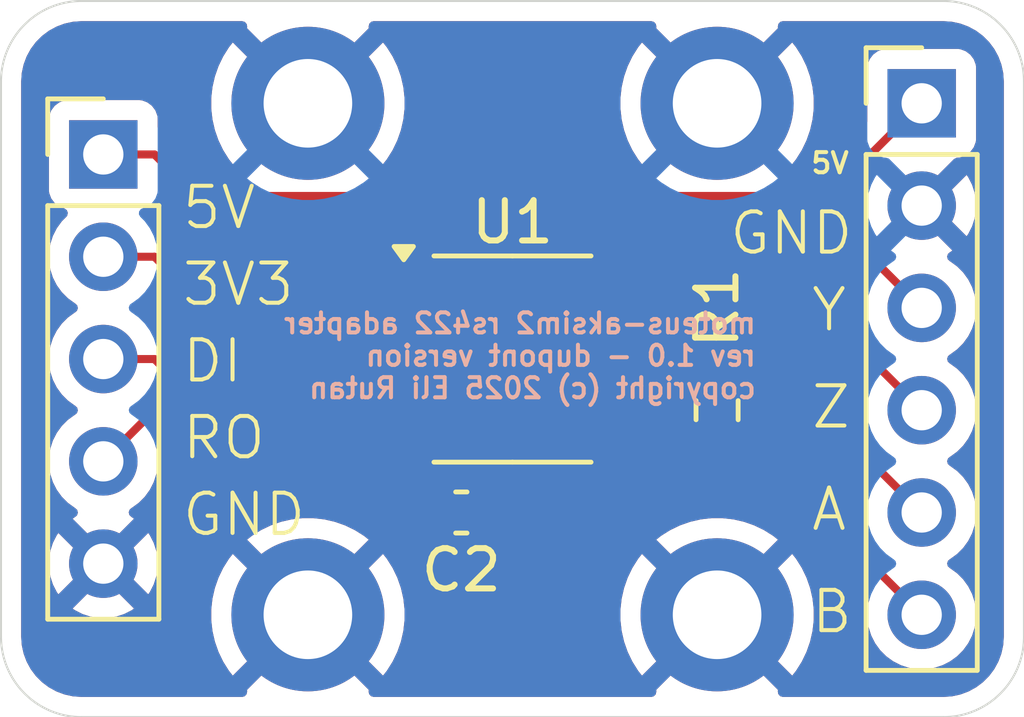
<source format=kicad_pcb>
(kicad_pcb (version 20241229) (generator "pcbnew") (generator_version "9.0")
  (layers (0 "F.Cu" signal) (2 "B.Cu" signal) (13 "F.Paste" user) (15 "B.Paste" user) (5 "F.SilkS" user "F.Silkscreen") (7 "B.SilkS" user "B.Silkscreen") (1 "F.Mask" user) (3 "B.Mask" user) (25 "Edge.Cuts" user))
  (net 0 "")
  (net 1 "5V")
  (net 2 "GND")
  (net 3 "RO")
  (net 4 "DI")
  (net 5 "3V3")
  (net 6 "B")
  (net 7 "A")
  (net 8 "Y")
  (net 9 "Z")
  (footprint "" (layer "F.Cu") (at 149.86 104.14)
    (property "Reference" "" (at 0 0 0) (layer "F.SilkS") (effects (font (size 1.27 1.27))))
    (property "Value" "")
    (pad "1" thru_hole circle (at 0 0) (size 3.8 3.8) (drill 2.2) (layers "*.Cu" "*.Mask") (net 2 "GND"))
  )
  (footprint "" (layer "F.Cu") (at 149.86 91.44)
    (property "Reference" "" (at 0 0 0) (layer "F.SilkS") (effects (font (size 1.27 1.27))))
    (property "Value" "")
    (pad "1" thru_hole circle (at 0 0) (size 3.8 3.8) (drill 2.2) (layers "*.Cu" "*.Mask") (net 2 "GND"))
  )
  (footprint "" (layer "F.Cu") (at 139.7 104.14)
    (property "Reference" "" (at 0 0 0) (layer "F.SilkS") (effects (font (size 1.27 1.27))))
    (property "Value" "")
    (pad "1" thru_hole circle (at 0 0) (size 3.8 3.8) (drill 2.2) (layers "*.Cu" "*.Mask") (net 2 "GND"))
  )
  (footprint "Package_SO:SOIC-8_3.9x4.9mm_P1.27mm" (layer "F.Cu") (at 144.78 97.79)
    (property "Reference" "U1" (at 0 -3.4 0) (layer "F.SilkS"))
    (property "Value" "ADM3490ExR" (hide yes))
    (fp_line (start 0 -2.56) (end -1.95 -2.56) (stroke (width 0.12)) (layer "F.SilkS"))
    (fp_line (start 0 -2.56) (end 1.95 -2.56) (stroke (width 0.12)) (layer "F.SilkS"))
    (fp_line (start 0 2.56) (end -1.95 2.56) (stroke (width 0.12)) (layer "F.SilkS"))
    (fp_line (start 0 2.56) (end 1.95 2.56) (stroke (width 0.12)) (layer "F.SilkS"))
    (fp_poly (pts (xy -2.7 -2.465) (xy -2.94 -2.795) (xy -2.46 -2.795)) (stroke (width 0.12)) (fill yes) (layer "F.SilkS"))
    (pad "1" smd roundrect (at -2.475 -1.905) (size 1.95 0.6) (layers "F.Cu" "F.Mask" "F.Paste") (net 5 "3V3"))
    (pad "2" smd roundrect (at -2.475 -0.635) (size 1.95 0.6) (layers "F.Cu" "F.Mask" "F.Paste") (net 3 "RO"))
    (pad "3" smd roundrect (at -2.475 0.635) (size 1.95 0.6) (layers "F.Cu" "F.Mask" "F.Paste") (net 4 "DI"))
    (pad "4" smd roundrect (at -2.475 1.905) (size 1.95 0.6) (layers "F.Cu" "F.Mask" "F.Paste") (net 2 "GND"))
    (pad "5" smd roundrect (at 2.475 1.905) (size 1.95 0.6) (layers "F.Cu" "F.Mask" "F.Paste") (net 8 "Y"))
    (pad "6" smd roundrect (at 2.475 0.635) (size 1.95 0.6) (layers "F.Cu" "F.Mask" "F.Paste") (net 9 "Z"))
    (pad "7" smd roundrect (at 2.475 -0.635) (size 1.95 0.6) (layers "F.Cu" "F.Mask" "F.Paste") (net 6 "B"))
    (pad "8" smd roundrect (at 2.475 -1.905) (size 1.95 0.6) (layers "F.Cu" "F.Mask" "F.Paste") (net 7 "A"))
  )
  (footprint "Capacitor_SMD:C_0603_1608Metric" (layer "F.Cu") (at 143.51 101.6 180)
    (property "Reference" "C2" (at 0 -1.43 0) (layer "F.SilkS"))
    (property "Value" "100nF" (hide yes))
    (fp_line (start -0.14058 0.51) (end 0.14058 0.51) (stroke (width 0.12)) (layer "F.SilkS"))
    (fp_line (start -0.14058 -0.51) (end 0.14058 -0.51) (stroke (width 0.12)) (layer "F.SilkS"))
    (pad "1" smd roundrect (at -0.775 0 180) (size 0.9 0.95) (layers "F.Cu" "F.Mask" "F.Paste") (net 5 "3V3"))
    (pad "2" smd roundrect (at 0.775 0 180) (size 0.9 0.95) (layers "F.Cu" "F.Mask" "F.Paste") (net 2 "GND"))
  )
  (footprint "Resistor_SMD:R_0603_1608Metric" (layer "F.Cu") (at 149.86 99.06 -90)
    (property "Reference" "R1" (at -2.54 0 90) (layer "F.SilkS"))
    (property "Value" "120" (hide yes))
    (fp_line (start -0.237258 0.5225) (end 0.237258 0.5225) (stroke (width 0.12)) (layer "F.SilkS"))
    (fp_line (start -0.237258 -0.5225) (end 0.237258 -0.5225) (stroke (width 0.12)) (layer "F.SilkS"))
    (pad "1" smd roundrect (at -0.825 0 270) (size 0.8 0.95) (layers "F.Cu" "F.Mask" "F.Paste") (net 7 "A"))
    (pad "2" smd roundrect (at 0.825 0 270) (size 0.8 0.95) (layers "F.Cu" "F.Mask" "F.Paste") (net 6 "B"))
  )
  (footprint "Connector_PinHeader_2.54mm:PinHeader_1x06_P2.54mm_Vertical" (layer "F.Cu") (at 154.94 91.44)
    (property "Reference" "J4" (hide yes))
    (property "Value" "Conn_01x06_Pin" (hide yes))
    (fp_line (start -1.38 -1.38) (end 0 -1.38) (stroke (width 0.12)) (layer "F.SilkS"))
    (fp_line (start -1.38 0) (end -1.38 -1.38) (stroke (width 0.12)) (layer "F.SilkS"))
    (fp_line (start -1.38 1.27) (end -1.38 14.08) (stroke (width 0.12)) (layer "F.SilkS"))
    (fp_line (start -1.38 1.27) (end 1.38 1.27) (stroke (width 0.12)) (layer "F.SilkS"))
    (fp_line (start -1.38 14.08) (end 1.38 14.08) (stroke (width 0.12)) (layer "F.SilkS"))
    (fp_line (start 1.38 1.27) (end 1.38 14.08) (stroke (width 0.12)) (layer "F.SilkS"))
    (pad "1" thru_hole rect (at 0 0) (size 1.7 1.7) (drill 1) (layers "*.Cu" "*.Mask") (net 1 "5V"))
    (pad "2" thru_hole circle (at 0 2.54) (size 1.7 1.7) (drill 1) (layers "*.Cu" "*.Mask") (net 2 "GND"))
    (pad "3" thru_hole circle (at 0 5.08) (size 1.7 1.7) (drill 1) (layers "*.Cu" "*.Mask") (net 8 "Y"))
    (pad "4" thru_hole circle (at 0 7.62) (size 1.7 1.7) (drill 1) (layers "*.Cu" "*.Mask") (net 9 "Z"))
    (pad "5" thru_hole circle (at 0 10.16) (size 1.7 1.7) (drill 1) (layers "*.Cu" "*.Mask") (net 7 "A"))
    (pad "6" thru_hole circle (at 0 12.7) (size 1.7 1.7) (drill 1) (layers "*.Cu" "*.Mask") (net 6 "B"))
  )
  (footprint "MountingHole:MountingHole_2.2mm_M2_DIN965_Pad" (layer "F.Cu") (at 139.7 91.44)
    (property "Reference" "REF**" (hide yes))
    (property "Value" "MountingHole_2.2mm_M2_DIN965_Pad" (hide yes))
    (pad "1" thru_hole circle (at 0 0) (size 3.8 3.8) (drill 2.2) (layers "*.Cu" "*.Mask") (net 2 "GND"))
  )
  (footprint "Connector_PinHeader_2.54mm:PinHeader_1x05_P2.54mm_Vertical" (layer "F.Cu") (at 134.62 92.71)
    (property "Reference" "J3" (hide yes))
    (property "Value" "Conn_01x05_Pin" (hide yes))
    (fp_line (start -1.38 -1.38) (end 0 -1.38) (stroke (width 0.12)) (layer "F.SilkS"))
    (fp_line (start -1.38 0) (end -1.38 -1.38) (stroke (width 0.12)) (layer "F.SilkS"))
    (fp_line (start -1.38 1.27) (end -1.38 11.54) (stroke (width 0.12)) (layer "F.SilkS"))
    (fp_line (start -1.38 1.27) (end 1.38 1.27) (stroke (width 0.12)) (layer "F.SilkS"))
    (fp_line (start -1.38 11.54) (end 1.38 11.54) (stroke (width 0.12)) (layer "F.SilkS"))
    (fp_line (start 1.38 1.27) (end 1.38 11.54) (stroke (width 0.12)) (layer "F.SilkS"))
    (pad "1" thru_hole rect (at 0 0) (size 1.7 1.7) (drill 1) (layers "*.Cu" "*.Mask") (net 1 "5V"))
    (pad "2" thru_hole circle (at 0 2.54) (size 1.7 1.7) (drill 1) (layers "*.Cu" "*.Mask") (net 5 "3V3"))
    (pad "3" thru_hole circle (at 0 5.08) (size 1.7 1.7) (drill 1) (layers "*.Cu" "*.Mask") (net 4 "DI"))
    (pad "4" thru_hole circle (at 0 7.62) (size 1.7 1.7) (drill 1) (layers "*.Cu" "*.Mask") (net 3 "RO"))
    (pad "5" thru_hole circle (at 0 10.16) (size 1.7 1.7) (drill 1) (layers "*.Cu" "*.Mask") (net 2 "GND"))
  )
  (gr_arc (start 132.08 90.9) (mid 132.665786 89.485786) (end 134.08 88.9) (stroke (width 0.05)) (layer "Edge.Cuts"))
  (gr_line (start 157.48 90.9) (end 157.48 104.68) (stroke (width 0.05)) (layer "Edge.Cuts"))
  (gr_line (start 155.48 106.68) (end 134.08 106.68) (stroke (width 0.05)) (layer "Edge.Cuts"))
  (gr_line (start 132.08 104.68) (end 132.08 90.9) (stroke (width 0.05)) (layer "Edge.Cuts"))
  (gr_arc (start 155.48 88.9) (mid 156.894214 89.485786) (end 157.48 90.9) (stroke (width 0.05)) (layer "Edge.Cuts"))
  (gr_arc (start 134.08 106.68) (mid 132.665786 106.094214) (end 132.08 104.68) (stroke (width 0.05)) (layer "Edge.Cuts"))
  (gr_line (start 134.08 88.9) (end 155.48 88.9) (stroke (width 0.05)) (layer "Edge.Cuts"))
  (gr_arc (start 157.48 104.68) (mid 156.894214 106.094214) (end 155.48 106.68) (stroke (width 0.05)) (layer "Edge.Cuts"))
  (gr_text "DI" (at 136.525 98.425 0) (layer "F.SilkS") (effects (font (size 1 1) (thickness 0.1)) (justify left bottom)))
  (gr_text "A" (at 152.146 102.108 0) (layer "F.SilkS") (effects (font (size 1 1) (thickness 0.1)) (justify left bottom)))
  (gr_text "B" (at 152.146 104.648 0) (layer "F.SilkS") (effects (font (size 1 1) (thickness 0.1)) (justify left bottom)))
  (gr_text "5V" (at 136.525 94.615 0) (layer "F.SilkS") (effects (font (size 1 1) (thickness 0.1)) (justify left bottom)))
  (gr_text "Z" (at 152.146 99.568 0) (layer "F.SilkS") (effects (font (size 1 1) (thickness 0.1)) (justify left bottom)))
  (gr_text "3V3\n" (at 136.525 96.52 0) (layer "F.SilkS") (effects (font (size 1 1) (thickness 0.1)) (justify left bottom)))
  (gr_text "5V" (at 152.146 93.218 0) (layer "F.SilkS") (effects (font (size 0.5 0.5) (thickness 0.1)) (justify left bottom)))
  (gr_text "Y" (at 152.146 97.155 0) (layer "F.SilkS") (effects (font (size 1 1) (thickness 0.1)) (justify left bottom)))
  (gr_text "RO" (at 136.525 100.33 0) (layer "F.SilkS") (effects (font (size 1 1) (thickness 0.1)) (justify left bottom)))
  (gr_text "GND" (at 136.525 102.235 0) (layer "F.SilkS") (effects (font (size 1 1) (thickness 0.1)) (justify left bottom)))
  (gr_text "GND" (at 150.114 95.25 0) (layer "F.SilkS") (effects (font (size 1 1) (thickness 0.1)) (justify left bottom)))
  (gr_text "moteus-aksim2 rs422 adapter\nrev 1.0 - dupont version\ncopyright (c) 2025 Eli Rutan" (at 150.876 98.806 0) (layer "B.SilkS") (effects (font (size 0.5 0.5) (thickness 0.1)) (justify left bottom mirror)))
  (segment (start 135.89 92.71) (end 136.921 93.741) (width 0.2) (layer "F.Cu") (net 1))
  (segment (start 152.639 93.741) (end 154.94 91.44) (width 0.2) (layer "F.Cu") (net 1))
  (segment (start 134.62 92.71) (end 135.89 92.71) (width 0.2) (layer "F.Cu") (net 1))
  (segment (start 136.921 93.741) (end 152.639 93.741) (width 0.2) (layer "F.Cu") (net 1))
  (segment (start 135.89 99.06) (end 143.286968 99.06) (width 0.2) (layer "F.Cu") (net 3))
  (segment (start 143.581 98.765968) (end 143.581 97.861) (width 0.2) (layer "F.Cu") (net 3))
  (segment (start 143.581 97.861) (end 142.875 97.155) (width 0.2) (layer "F.Cu") (net 3))
  (segment (start 134.62 100.33) (end 135.89 99.06) (width 0.2) (layer "F.Cu") (net 3))
  (segment (start 143.286968 99.06) (end 143.581 98.765968) (width 0.2) (layer "F.Cu") (net 3))
  (segment (start 142.875 97.155) (end 142.305 97.155) (width 0.2) (layer "F.Cu") (net 3))
  (segment (start 134.62 97.79) (end 135.89 97.79) (width 0.2) (layer "F.Cu") (net 4))
  (segment (start 135.89 97.79) (end 136.525 98.425) (width 0.2) (layer "F.Cu") (net 4))
  (segment (start 136.525 98.425) (end 142.305 98.425) (width 0.2) (layer "F.Cu") (net 4))
  (segment (start 143.279999 95.885) (end 142.305 95.885) (width 0.2) (layer "F.Cu") (net 5))
  (segment (start 144.285 101.6) (end 144.285 96.890001) (width 0.2) (layer "F.Cu") (net 5))
  (segment (start 136.525 95.885) (end 135.89 95.25) (width 0.2) (layer "F.Cu") (net 5))
  (segment (start 142.305 95.885) (end 136.525 95.885) (width 0.2) (layer "F.Cu") (net 5))
  (segment (start 135.89 95.25) (end 134.62 95.25) (width 0.2) (layer "F.Cu") (net 5))
  (segment (start 144.285 96.890001) (end 143.279999 95.885) (width 0.2) (layer "F.Cu") (net 5))
  (segment (start 148.229999 97.155) (end 147.255 97.155) (width 0.2) (layer "F.Cu") (net 6))
  (segment (start 149.86 99.885) (end 148.531 98.556) (width 0.2) (layer "F.Cu") (net 6))
  (segment (start 148.531 97.456001) (end 148.229999 97.155) (width 0.2) (layer "F.Cu") (net 6))
  (segment (start 150.685 99.885) (end 154.94 104.14) (width 0.2) (layer "F.Cu") (net 6))
  (segment (start 149.86 99.885) (end 150.685 99.885) (width 0.2) (layer "F.Cu") (net 6))
  (segment (start 148.531 98.556) (end 148.531 97.456001) (width 0.2) (layer "F.Cu") (net 6))
  (segment (start 149.86 97.515001) (end 149.86 98.235) (width 0.2) (layer "F.Cu") (net 7))
  (segment (start 147.255 95.885) (end 148.229999 95.885) (width 0.2) (layer "F.Cu") (net 7))
  (segment (start 149.86 98.235) (end 151.575 98.235) (width 0.2) (layer "F.Cu") (net 7))
  (segment (start 148.229999 95.885) (end 149.86 97.515001) (width 0.2) (layer "F.Cu") (net 7))
  (segment (start 151.575 98.235) (end 154.94 101.6) (width 0.2) (layer "F.Cu") (net 7))
  (segment (start 146.108058 94.342) (end 152.762 94.342) (width 0.2) (layer "F.Cu") (net 8))
  (segment (start 152.762 94.342) (end 154.94 96.52) (width 0.2) (layer "F.Cu") (net 8))
  (segment (start 145.878 98.45953) (end 145.278 97.85953) (width 0.2) (layer "F.Cu") (net 8))
  (segment (start 145.278 95.172058) (end 146.108058 94.342) (width 0.2) (layer "F.Cu") (net 8))
  (segment (start 147.255 99.695) (end 146.280001 99.695) (width 0.2) (layer "F.Cu") (net 8))
  (segment (start 146.280001 99.695) (end 145.878 99.292999) (width 0.2) (layer "F.Cu") (net 8))
  (segment (start 145.278 97.85953) (end 145.278 95.172058) (width 0.2) (layer "F.Cu") (net 8))
  (segment (start 145.878 99.292999) (end 145.878 98.45953) (width 0.2) (layer "F.Cu") (net 8))
  (segment (start 145.879 95.421) (end 146.343462 94.956538) (width 0.2) (layer "F.Cu") (net 9))
  (segment (start 150.836538 94.956538) (end 154.94 99.06) (width 0.2) (layer "F.Cu") (net 9))
  (segment (start 147.255 98.425) (end 146.691998 98.425) (width 0.2) (layer "F.Cu") (net 9))
  (segment (start 145.879 97.612002) (end 145.879 95.421) (width 0.2) (layer "F.Cu") (net 9))
  (segment (start 146.691998 98.425) (end 145.879 97.612002) (width 0.2) (layer "F.Cu") (net 9))
  (segment (start 146.343462 94.956538) (end 150.836538 94.956538) (width 0.2) (layer "F.Cu") (net 9))
  (zone (net 2) (net_name "GND") (layers "F.Cu" "B.Cu") (connect_pads (clearance 0.5)) (min_thickness 0.25) (fill yes (thermal_gap 0.5) (thermal_bridge_width 0.5))
    (polygon (pts (xy 132.08 88.9) (xy 157.48 88.9) (xy 157.48 106.68) (xy 132.08 106.68)))
  )
)
</source>
